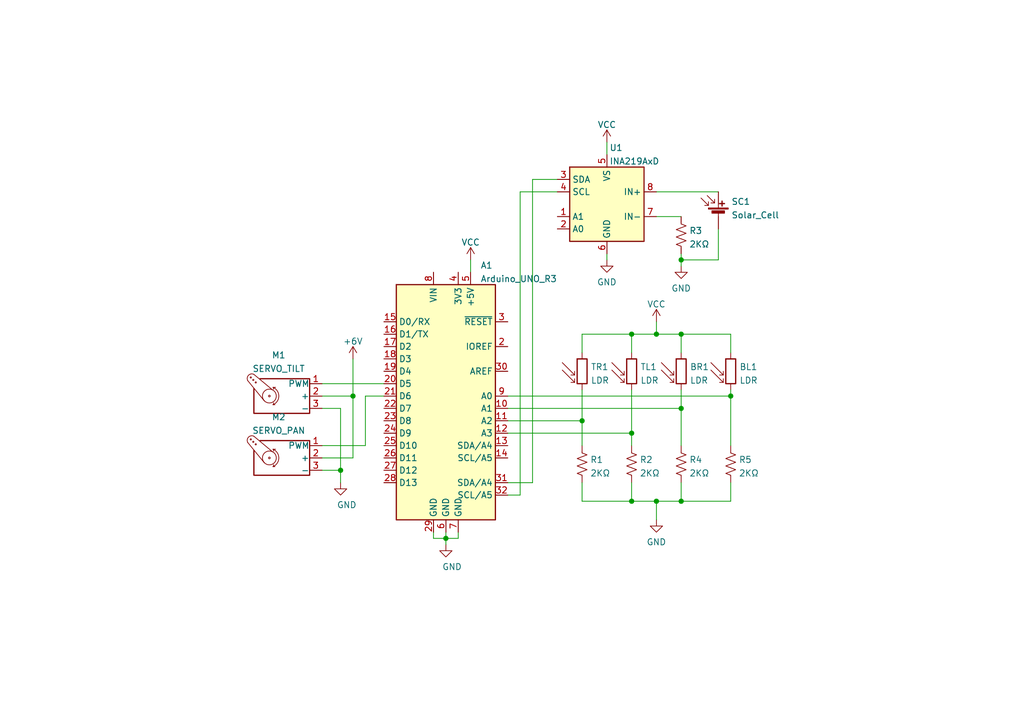
<source format=kicad_sch>
(kicad_sch (version 20211123) (generator eeschema)
  (paper "A5")
  (title_block (title "Dual-axis Solar Tracker") (rev "1") (company "Governor's School for Engineering and Technology"))
  (lib_symbols
    (symbol "Analog_ADC:INA219AxD"
      (property "Reference" "U" (at -6.35 8.89 0))
      (property "Value" "INA219AxD" (at 5.08 8.89 0))
      (symbol "INA219AxD_0_1"
        (rectangle (start -7.62 7.62) (end 7.62 -7.62) (stroke (width 0.254)) (fill (type background)))
      )
      (symbol "INA219AxD_1_1"
        (pin input line (at 10.16 -2.54 180) (length 2.54) (name "A1") (number "1"))
        (pin input line (at 10.16 -5.08 180) (length 2.54) (name "A0") (number "2"))
        (pin bidirectional line (at 10.16 5.08 180) (length 2.54) (name "SDA") (number "3"))
        (pin input line (at 10.16 2.54 180) (length 2.54) (name "SCL") (number "4"))
        (pin power_in line (at 0 10.16 270) (length 2.54) (name "VS") (number "5"))
        (pin power_in line (at 0 -10.16 90) (length 2.54) (name "GND") (number "6"))
        (pin input line (at -10.16 -2.54 0) (length 2.54) (name "IN-") (number "7"))
        (pin input line (at -10.16 2.54 0) (length 2.54) (name "IN+") (number "8"))
      )
    )
    (symbol "Device:R_Photo" (pin_numbers hide) (pin_names (offset 0))
      (property "Reference" "R" (at 1.27 1.27 0))
      (property "Value" "R_Photo" (at 1.27 0 0))
      (symbol "R_Photo_0_1"
        (rectangle (start -1.016 2.54) (end 1.016 -2.54) (stroke (width 0.254)))
        (polyline (pts (xy -1.524 -2.286) (xy -4.064 0.254)))
        (polyline (pts (xy -1.524 -2.286) (xy -2.286 -2.286)))
        (polyline (pts (xy -1.524 -2.286) (xy -1.524 -1.524)))
        (polyline (pts (xy -1.524 -0.762) (xy -4.064 1.778)))
        (polyline (pts (xy -1.524 -0.762) (xy -2.286 -0.762)))
        (polyline (pts (xy -1.524 -0.762) (xy -1.524 0)))
      )
      (symbol "R_Photo_1_1"
        (pin passive line (at 0 3.81 270) (length 1.27) (name "~") (number "1"))
        (pin passive line (at 0 -3.81 90) (length 1.27) (name "~") (number "2"))
      )
    )
    (symbol "Device:R_US" (pin_numbers hide) (pin_names (offset 0))
      (property "Reference" "R" (at 2.54 0 90))
      (property "Value" "R_US" (at -2.54 0 90))
      (symbol "R_US_0_1"
        (polyline (pts (xy 0 -2.286) (xy 0 -2.54)))
        (polyline (pts (xy 0 2.286) (xy 0 2.54)))
        (polyline (pts (xy 0 -0.762) (xy 1.016 -1.143) (xy 0 -1.524) (xy -1.016 -1.905) (xy 0 -2.286)))
        (polyline (pts (xy 0 0.762) (xy 1.016 0.381) (xy 0 0) (xy -1.016 -0.381) (xy 0 -0.762)))
        (polyline (pts (xy 0 2.286) (xy 1.016 1.905) (xy 0 1.524) (xy -1.016 1.143) (xy 0 0.762)))
      )
      (symbol "R_US_1_1"
        (pin passive line (at 0 3.81 270) (length 1.27) (name "~") (number "1"))
        (pin passive line (at 0 -3.81 90) (length 1.27) (name "~") (number "2"))
      )
    )
    (symbol "Device:Solar_Cell" (pin_numbers hide) (pin_names (offset 0) hide)
      (property "Reference" "SC" (at 2.54 2.54 0))
      (property "Value" "Solar_Cell" (at 2.54 0 0))
      (symbol "Solar_Cell_0_1"
        (rectangle (start -2.032 1.778) (end 2.032 1.524) (fill (type outline)))
        (rectangle (start -1.3208 1.1938) (end 1.27 0.6858) (fill (type outline)))
        (polyline (pts (xy -2.032 2.286) (xy -3.556 3.81)))
        (polyline (pts (xy -0.762 2.794) (xy -2.286 4.318)))
        (polyline (pts (xy 0 0.762) (xy 0 0)))
        (polyline (pts (xy 0 1.778) (xy 0 2.54)))
        (polyline (pts (xy 0.254 2.667) (xy 1.27 2.667)) (stroke (width 0.254)))
        (polyline (pts (xy 0.762 3.175) (xy 0.762 2.159)) (stroke (width 0.254)))
        (polyline (pts (xy -2.032 3.048) (xy -2.032 2.286) (xy -2.794 2.286)))
        (polyline (pts (xy -0.762 3.556) (xy -0.762 2.794) (xy -1.524 2.794)))
      )
      (symbol "Solar_Cell_1_1"
        (pin passive line (at 0 5.08 270) (length 2.54) (name "+") (number "1"))
        (pin passive line (at 0 -2.54 90) (length 2.54) (name "-") (number "2"))
      )
    )
    (symbol "MCU_Module:Arduino_UNO_R3"
      (property "Reference" "A" (at -10.16 23.495 0))
      (property "Value" "Arduino_UNO_R3" (at 5.08 -26.67 0))
      (symbol "Arduino_UNO_R3_0_1"
        (rectangle (start -10.16 22.86) (end 10.16 -25.4) (stroke (width 0.254)) (fill (type background)))
      )
      (symbol "Arduino_UNO_R3_1_1"
        (pin no_connect line (at -10.16 -20.32 0) (length 2.54) hide (name "NC") (number "1"))
        (pin bidirectional line (at 12.7 -2.54 180) (length 2.54) (name "A1") (number "10"))
        (pin bidirectional line (at 12.7 -5.08 180) (length 2.54) (name "A2") (number "11"))
        (pin bidirectional line (at 12.7 -7.62 180) (length 2.54) (name "A3") (number "12"))
        (pin bidirectional line (at 12.7 -10.16 180) (length 2.54) (name "SDA/A4") (number "13"))
        (pin bidirectional line (at 12.7 -12.7 180) (length 2.54) (name "SCL/A5") (number "14"))
        (pin bidirectional line (at -12.7 15.24 0) (length 2.54) (name "D0/RX") (number "15"))
        (pin bidirectional line (at -12.7 12.7 0) (length 2.54) (name "D1/TX") (number "16"))
        (pin bidirectional line (at -12.7 10.16 0) (length 2.54) (name "D2") (number "17"))
        (pin bidirectional line (at -12.7 7.62 0) (length 2.54) (name "D3") (number "18"))
        (pin bidirectional line (at -12.7 5.08 0) (length 2.54) (name "D4") (number "19"))
        (pin output line (at 12.7 10.16 180) (length 2.54) (name "IOREF") (number "2"))
        (pin bidirectional line (at -12.7 2.54 0) (length 2.54) (name "D5") (number "20"))
        (pin bidirectional line (at -12.7 0 0) (length 2.54) (name "D6") (number "21"))
        (pin bidirectional line (at -12.7 -2.54 0) (length 2.54) (name "D7") (number "22"))
        (pin bidirectional line (at -12.7 -5.08 0) (length 2.54) (name "D8") (number "23"))
        (pin bidirectional line (at -12.7 -7.62 0) (length 2.54) (name "D9") (number "24"))
        (pin bidirectional line (at -12.7 -10.16 0) (length 2.54) (name "D10") (number "25"))
        (pin bidirectional line (at -12.7 -12.7 0) (length 2.54) (name "D11") (number "26"))
        (pin bidirectional line (at -12.7 -15.24 0) (length 2.54) (name "D12") (number "27"))
        (pin bidirectional line (at -12.7 -17.78 0) (length 2.54) (name "D13") (number "28"))
        (pin power_in line (at -2.54 -27.94 90) (length 2.54) (name "GND") (number "29"))
        (pin input line (at 12.7 15.24 180) (length 2.54) (name "~{RESET}") (number "3"))
        (pin input line (at 12.7 5.08 180) (length 2.54) (name "AREF") (number "30"))
        (pin bidirectional line (at 12.7 -17.78 180) (length 2.54) (name "SDA/A4") (number "31"))
        (pin bidirectional line (at 12.7 -20.32 180) (length 2.54) (name "SCL/A5") (number "32"))
        (pin power_out line (at 2.54 25.4 270) (length 2.54) (name "3V3") (number "4"))
        (pin power_out line (at 5.08 25.4 270) (length 2.54) (name "+5V") (number "5"))
        (pin power_in line (at 0 -27.94 90) (length 2.54) (name "GND") (number "6"))
        (pin power_in line (at 2.54 -27.94 90) (length 2.54) (name "GND") (number "7"))
        (pin power_in line (at -2.54 25.4 270) (length 2.54) (name "VIN") (number "8"))
        (pin bidirectional line (at 12.7 0 180) (length 2.54) (name "A0") (number "9"))
      )
    )
    (symbol "Motor:Motor_Servo" (pin_names (offset 0.0254))
      (property "Reference" "M" (at -5.08 4.445 0))
      (property "Value" "Motor_Servo" (at -5.08 -4.064 0))
      (symbol "Motor_Servo_0_1"
        (polyline (pts (xy 2.413 -1.778) (xy 2.032 -1.778)))
        (polyline (pts (xy 2.413 -1.778) (xy 2.286 -1.397)))
        (polyline (pts (xy 2.413 1.778) (xy 1.905 1.778)))
        (polyline (pts (xy 2.413 1.778) (xy 2.286 1.397)))
        (polyline (pts (xy 6.35 4.445) (xy 2.54 1.27)))
        (polyline (pts (xy 7.62 3.175) (xy 4.191 -1.016)))
        (polyline (pts (xy 5.08 3.556) (xy -5.08 3.556) (xy -5.08 -3.556) (xy 6.35 -3.556) (xy 6.35 1.524)) (stroke (width 0.254)))
        (arc (start 2.413 1.778) (mid 1.2406 0) (end 2.413 -1.778))
        (circle (center 3.175 0) (radius 0.1778))
        (circle (center 3.175 0) (radius 1.4224))
        (circle (center 5.969 2.794) (radius 0.127))
        (circle (center 6.477 3.302) (radius 0.127))
        (circle (center 6.985 3.81) (radius 0.127))
        (arc (start 7.62 3.175) (mid 7.4485 4.2735) (end 6.35 4.445))
      )
      (symbol "Motor_Servo_1_1"
        (pin passive line (at -7.62 2.54 0) (length 2.54) (name "PWM") (number "1"))
        (pin passive line (at -7.62 0 0) (length 2.54) (name "+") (number "2"))
        (pin passive line (at -7.62 -2.54 0) (length 2.54) (name "-") (number "3"))
      )
    )
    (symbol "power:+6V" (power) (pin_names (offset 0))
      (property "Value" "+6V" (at 0 3.556 0))
      (symbol "+6V_0_1"
        (polyline (pts (xy -0.762 1.27) (xy 0 2.54)))
        (polyline (pts (xy 0 0) (xy 0 2.54)))
        (polyline (pts (xy 0 2.54) (xy 0.762 1.27)))
      )
      (symbol "+6V_1_1"
        (pin power_in line (at 0 0 90) (length 0) hide (name "+6V") (number "1"))
      )
    )
    (symbol "power:GND" (power) (pin_names (offset 0))
      (property "Value" "GND" (at 0 -3.81 0))
      (symbol "GND_0_1"
        (polyline (pts (xy 0 0) (xy 0 -1.27) (xy 1.27 -1.27) (xy 0 -2.54) (xy -1.27 -1.27) (xy 0 -1.27)))
      )
      (symbol "GND_1_1"
        (pin power_in line (at 0 0 270) (length 0) hide (name "GND") (number "1"))
      )
    )
    (symbol "power:VCC" (power) (pin_names (offset 0))
      (property "Value" "VCC" (at 0 3.81 0))
      (symbol "VCC_0_1"
        (polyline (pts (xy -0.762 1.27) (xy 0 2.54)))
        (polyline (pts (xy 0 0) (xy 0 2.54)))
        (polyline (pts (xy 0 2.54) (xy 0.762 1.27)))
      )
      (symbol "VCC_1_1"
        (pin power_in line (at 0 0 90) (length 0) hide (name "VCC") (number "1"))
      )
    )
  )
  (junction (at 149.86 81.28))
  (junction (at 72.39 81.28))
  (junction (at 129.54 88.9))
  (junction (at 69.85 96.52))
  (junction (at 129.54 102.87))
  (junction (at 119.38 86.36))
  (junction (at 129.54 68.58))
  (junction (at 139.7 83.82))
  (junction (at 139.7 102.87))
  (junction (at 134.62 102.87))
  (junction (at 91.44 110.49))
  (junction (at 139.7 68.58))
  (junction (at 139.7 53.34))
  (junction (at 134.62 68.58))
  (wire (pts (xy 88.9 110.49) (xy 88.9 109.22)))
  (wire (pts (xy 104.14 86.36) (xy 119.38 86.36)))
  (wire (pts (xy 66.04 78.74) (xy 78.74 78.74)))
  (wire (pts (xy 74.93 81.28) (xy 78.74 81.28)))
  (wire (pts (xy 72.39 73.66) (xy 72.39 81.28)))
  (wire (pts (xy 119.38 80.01) (xy 119.38 86.36)))
  (wire (pts (xy 139.7 54.61) (xy 139.7 53.34)))
  (wire (pts (xy 72.39 93.98) (xy 72.39 81.28)))
  (wire (pts (xy 104.14 81.28) (xy 149.86 81.28)))
  (wire (pts (xy 104.14 88.9) (xy 129.54 88.9)))
  (wire (pts (xy 119.38 99.06) (xy 119.38 102.87)))
  (wire (pts (xy 149.86 81.28) (xy 149.86 91.44)))
  (wire (pts (xy 139.7 99.06) (xy 139.7 102.87)))
  (wire (pts (xy 139.7 44.45) (xy 134.62 44.45)))
  (wire (pts (xy 129.54 68.58) (xy 134.62 68.58)))
  (wire (pts (xy 129.54 99.06) (xy 129.54 102.87)))
  (wire (pts (xy 88.9 110.49) (xy 91.44 110.49)))
  (wire (pts (xy 119.38 102.87) (xy 129.54 102.87)))
  (wire (pts (xy 72.39 81.28) (xy 66.04 81.28)))
  (wire (pts (xy 134.62 102.87) (xy 139.7 102.87)))
  (wire (pts (xy 91.44 110.49) (xy 91.44 111.76)))
  (wire (pts (xy 134.62 39.37) (xy 147.32 39.37)))
  (wire (pts (xy 96.52 55.88) (xy 96.52 53.34)))
  (wire (pts (xy 149.86 68.58) (xy 139.7 68.58)))
  (wire (pts (xy 134.62 68.58) (xy 139.7 68.58)))
  (wire (pts (xy 93.98 110.49) (xy 93.98 109.22)))
  (wire (pts (xy 139.7 83.82) (xy 139.7 91.44)))
  (wire (pts (xy 93.98 110.49) (xy 91.44 110.49)))
  (wire (pts (xy 129.54 88.9) (xy 129.54 91.44)))
  (wire (pts (xy 106.68 101.6) (xy 104.14 101.6)))
  (wire (pts (xy 109.22 36.83) (xy 114.3 36.83)))
  (wire (pts (xy 66.04 96.52) (xy 69.85 96.52)))
  (wire (pts (xy 69.85 83.82) (xy 69.85 96.52)))
  (wire (pts (xy 134.62 102.87) (xy 134.62 106.68)))
  (wire (pts (xy 149.86 80.01) (xy 149.86 81.28)))
  (wire (pts (xy 124.46 52.07) (xy 124.46 53.34)))
  (wire (pts (xy 149.86 72.39) (xy 149.86 68.58)))
  (wire (pts (xy 124.46 29.21) (xy 124.46 31.75)))
  (wire (pts (xy 139.7 80.01) (xy 139.7 83.82)))
  (wire (pts (xy 139.7 53.34) (xy 139.7 52.07)))
  (wire (pts (xy 69.85 99.06) (xy 69.85 96.52)))
  (wire (pts (xy 147.32 53.34) (xy 139.7 53.34)))
  (wire (pts (xy 129.54 102.87) (xy 134.62 102.87)))
  (wire (pts (xy 119.38 68.58) (xy 129.54 68.58)))
  (wire (pts (xy 109.22 99.06) (xy 109.22 36.83)))
  (wire (pts (xy 119.38 68.58) (xy 119.38 72.39)))
  (wire (pts (xy 106.68 39.37) (xy 106.68 101.6)))
  (wire (pts (xy 119.38 86.36) (xy 119.38 91.44)))
  (wire (pts (xy 134.62 66.04) (xy 134.62 68.58)))
  (wire (pts (xy 66.04 93.98) (xy 72.39 93.98)))
  (wire (pts (xy 104.14 99.06) (xy 109.22 99.06)))
  (wire (pts (xy 114.3 39.37) (xy 106.68 39.37)))
  (wire (pts (xy 139.7 72.39) (xy 139.7 68.58)))
  (wire (pts (xy 139.7 102.87) (xy 149.86 102.87)))
  (wire (pts (xy 104.14 83.82) (xy 139.7 83.82)))
  (wire (pts (xy 129.54 68.58) (xy 129.54 72.39)))
  (wire (pts (xy 129.54 80.01) (xy 129.54 88.9)))
  (wire (pts (xy 91.44 109.22) (xy 91.44 110.49)))
  (wire (pts (xy 74.93 91.44) (xy 74.93 81.28)))
  (wire (pts (xy 66.04 83.82) (xy 69.85 83.82)))
  (wire (pts (xy 66.04 91.44) (xy 74.93 91.44)))
  (wire (pts (xy 149.86 102.87) (xy 149.86 99.06)))
  (wire (pts (xy 147.32 46.99) (xy 147.32 53.34)))
  (symbol (lib_id "power:GND") (at 91.44 111.76 0) (unit 1)
    (property "Reference" "#PWR03" (effects hide))
    (property "Value" "GND" (at 92.71 116.3225 0))
  )
  (symbol (lib_id "Device:R_Photo") (at 149.86 76.2 0) (unit 1)
    (property "Reference" "BL1" (at 151.638 75.2915 0) (effects (justify left)))
    (property "Value" "LDR" (at 151.638 78.0666 0) (effects (justify left)))
  )
  (symbol (lib_id "power:+6V") (at 72.39 73.66 0) (unit 1)
    (property "Reference" "#PWR02" (effects hide))
    (property "Value" "+6V" (at 72.39 70.0555 0))
  )
  (symbol (lib_id "power:GND") (at 134.62 106.68 0) (unit 1)
    (property "Reference" "#PWR08" (effects hide))
    (property "Value" "GND" (at 134.62 111.2425 0))
  )
  (symbol (lib_id "power:VCC") (at 96.52 53.34 0) (unit 1)
    (property "Reference" "#PWR04" (effects hide))
    (property "Value" "VCC" (at 96.52 49.7355 0))
  )
  (symbol (lib_id "power:VCC") (at 124.46 29.21 0) (unit 1)
    (property "Reference" "#PWR05" (effects hide))
    (property "Value" "VCC" (at 124.46 25.6055 0))
  )
  (symbol (lib_id "power:GND") (at 69.85 99.06 0) (unit 1)
    (property "Reference" "#PWR01" (effects hide))
    (property "Value" "GND" (at 71.12 103.6225 0))
  )
  (symbol (lib_id "Device:R_US") (at 139.7 95.25 180) (unit 1)
    (property "Reference" "R4" (at 141.351 94.3415 0) (effects (justify right)))
    (property "Value" "2KΩ" (at 141.351 97.1166 0) (effects (justify right)))
  )
  (symbol (lib_id "Device:R_US") (at 129.54 95.25 180) (unit 1)
    (property "Reference" "R2" (at 131.191 94.3415 0) (effects (justify right)))
    (property "Value" "2KΩ" (at 131.191 97.1166 0) (effects (justify right)))
  )
  (symbol (lib_id "Device:R_US") (at 119.38 95.25 180) (unit 1)
    (property "Reference" "R1" (at 121.031 94.3415 0) (effects (justify right)))
    (property "Value" "2KΩ" (at 121.031 97.1166 0) (effects (justify right)))
  )
  (symbol (lib_id "Device:R_US") (at 139.7 48.26 180) (unit 1)
    (property "Reference" "R3" (at 141.351 47.3515 0) (effects (justify right)))
    (property "Value" "2KΩ" (at 141.351 50.1266 0) (effects (justify right)))
  )
  (symbol (lib_id "Device:R_Photo") (at 129.54 76.2 0) (unit 1)
    (property "Reference" "TL1" (at 131.318 75.2915 0) (effects (justify left)))
    (property "Value" "LDR" (at 131.318 78.0666 0) (effects (justify left)))
  )
  (symbol (lib_id "power:GND") (at 139.7 54.61 0) (unit 1)
    (property "Reference" "#PWR09" (effects hide))
    (property "Value" "GND" (at 139.7 59.1725 0))
  )
  (symbol (lib_id "Device:R_US") (at 149.86 95.25 180) (unit 1)
    (property "Reference" "R5" (at 151.511 94.3415 0) (effects (justify right)))
    (property "Value" "2KΩ" (at 151.511 97.1166 0) (effects (justify right)))
  )
  (symbol (lib_id "Analog_ADC:INA219AxD") (at 124.46 41.91 0) (mirror y) (unit 1)
    (property "Reference" "U1" (at 124.9806 30.3235 0) (effects (justify right)))
    (property "Value" "INA219AxD" (at 124.9806 33.0986 0) (effects (justify right)))
    (property "Footprint" "Package_SO:SOIC-8_3.9x4.9mm_P1.27mm" (effects hide))
    (property "Datasheet" "http://www.ti.com/lit/ds/symlink/ina219.pdf" (effects hide))
  )
  (symbol (lib_id "Motor:Motor_Servo") (at 58.42 93.98 0) (mirror y) (unit 1)
    (property "Reference" "M2" (at 57.1611 85.5907 0))
    (property "Value" "SERVO_PAN" (at 57.1611 88.3658 0))
    (property "Datasheet" "http://forums.parallax.com/uploads/attachments/46831/74481.png" (effects hide))
  )
  (symbol (lib_id "MCU_Module:Arduino_UNO_R3") (at 91.44 81.28 0) (unit 1)
    (property "Reference" "A1" (at 98.5394 54.4535 0) (effects (justify left)))
    (property "Value" "Arduino_UNO_R3" (at 98.5394 57.2286 0) (effects (justify left)))
    (property "Footprint" "Module:Arduino_UNO_R3" (effects hide))
    (property "Datasheet" "https://www.arduino.cc/en/Main/arduinoBoardUno" (effects hide))
  )
  (symbol (lib_id "Device:R_Photo") (at 139.7 76.2 0) (unit 1)
    (property "Reference" "BR1" (at 141.478 75.2915 0) (effects (justify left)))
    (property "Value" "LDR" (at 141.478 78.0666 0) (effects (justify left)))
  )
  (symbol (lib_id "Motor:Motor_Servo") (at 58.42 81.28 0) (mirror y) (unit 1)
    (property "Reference" "M1" (at 57.1611 72.8907 0))
    (property "Value" "SERVO_TILT" (at 57.1611 75.6658 0))
    (property "Datasheet" "http://forums.parallax.com/uploads/attachments/46831/74481.png" (effects hide))
  )
  (symbol (lib_id "power:GND") (at 124.46 53.34 0) (unit 1)
    (property "Reference" "#PWR06" (effects hide))
    (property "Value" "GND" (at 124.46 57.9025 0))
  )
  (symbol (lib_id "Device:R_Photo") (at 119.38 76.2 0) (unit 1)
    (property "Reference" "TR1" (at 121.158 75.2915 0) (effects (justify left)))
    (property "Value" "LDR" (at 121.158 78.0666 0) (effects (justify left)))
  )
  (symbol (lib_id "power:VCC") (at 134.62 66.04 0) (unit 1)
    (property "Reference" "#PWR07" (effects hide))
    (property "Value" "VCC" (at 134.62 62.4355 0))
  )
  (symbol (lib_id "Device:Solar_Cell") (at 147.32 44.45 0) (unit 1)
    (property "Reference" "SC1" (at 149.987 41.3825 0) (effects (justify left)))
    (property "Value" "Solar_Cell" (at 149.987 44.1576 0) (effects (justify left)))
  )
)
</source>
